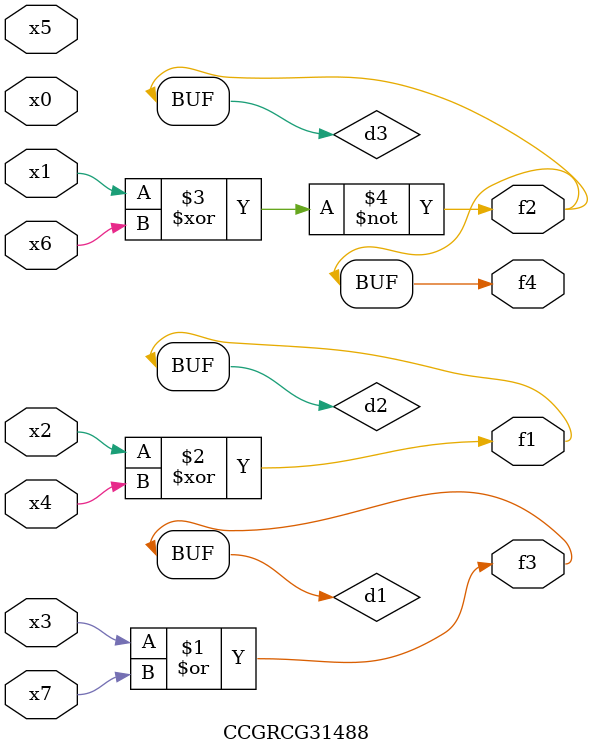
<source format=v>
module CCGRCG31488(
	input x0, x1, x2, x3, x4, x5, x6, x7,
	output f1, f2, f3, f4
);

	wire d1, d2, d3;

	or (d1, x3, x7);
	xor (d2, x2, x4);
	xnor (d3, x1, x6);
	assign f1 = d2;
	assign f2 = d3;
	assign f3 = d1;
	assign f4 = d3;
endmodule

</source>
